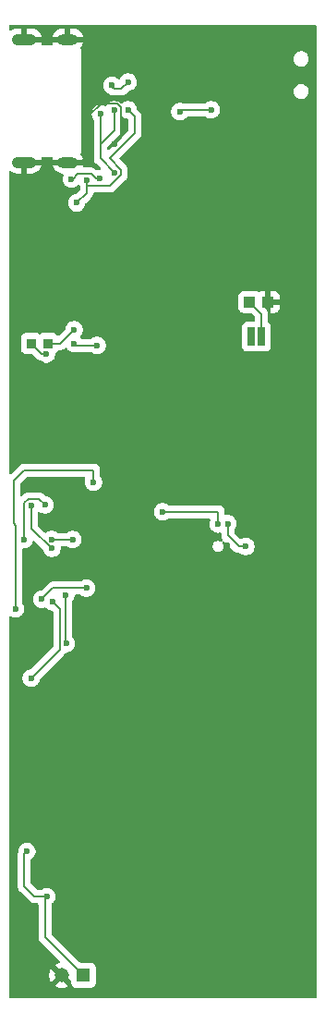
<source format=gbr>
%TF.GenerationSoftware,KiCad,Pcbnew,9.0.2*%
%TF.CreationDate,2025-07-20T12:07:01-04:00*%
%TF.ProjectId,Glasses_V0.1,476c6173-7365-4735-9f56-302e312e6b69,rev?*%
%TF.SameCoordinates,Original*%
%TF.FileFunction,Copper,L2,Bot*%
%TF.FilePolarity,Positive*%
%FSLAX46Y46*%
G04 Gerber Fmt 4.6, Leading zero omitted, Abs format (unit mm)*
G04 Created by KiCad (PCBNEW 9.0.2) date 2025-07-20 12:07:01*
%MOMM*%
%LPD*%
G01*
G04 APERTURE LIST*
%TA.AperFunction,ComponentPad*%
%ADD10R,1.308000X1.308000*%
%TD*%
%TA.AperFunction,ComponentPad*%
%ADD11C,1.308000*%
%TD*%
%TA.AperFunction,ComponentPad*%
%ADD12O,1.850000X1.050000*%
%TD*%
%TA.AperFunction,ComponentPad*%
%ADD13O,2.250000X1.050000*%
%TD*%
%TA.AperFunction,SMDPad,CuDef*%
%ADD14R,1.100000X1.000000*%
%TD*%
%TA.AperFunction,SMDPad,CuDef*%
%ADD15R,0.870000X0.930000*%
%TD*%
%TA.AperFunction,SMDPad,CuDef*%
%ADD16R,0.710000X1.730000*%
%TD*%
%TA.AperFunction,ViaPad*%
%ADD17C,0.600000*%
%TD*%
%TA.AperFunction,Conductor*%
%ADD18C,0.200000*%
%TD*%
G04 APERTURE END LIST*
D10*
%TO.P,J1,1,1*%
%TO.N,VBAT*%
X38465000Y-122470000D03*
D11*
%TO.P,J1,2,2*%
%TO.N,GND*%
X36465000Y-122470000D03*
%TD*%
D12*
%TO.P,J2,SH1,SHIELD*%
%TO.N,GND*%
X37020000Y-36748250D03*
%TO.P,J2,SH2,SHIELD*%
X37020000Y-47988250D03*
D13*
%TO.P,J2,SH3,SHIELD*%
X33020000Y-36748250D03*
%TO.P,J2,SH4,SHIELD*%
X33020000Y-47988250D03*
%TD*%
D14*
%TO.P,D1,1*%
%TO.N,GND*%
X55388938Y-60780000D03*
%TO.P,D1,2*%
%TO.N,Net-(D1-Pad2)*%
X53688938Y-60780000D03*
%TD*%
D15*
%TO.P,R4,1*%
%TO.N,Net-(X1-EN)*%
X35210000Y-64590000D03*
%TO.P,R4,2*%
%TO.N,+3V3*%
X33650000Y-64590000D03*
%TD*%
D16*
%TO.P,R6,1*%
%TO.N,Net-(D1-Pad2)*%
X54783938Y-63955000D03*
%TO.P,R6,2*%
%TO.N,LED_RED_CTRL*%
X53863938Y-63955000D03*
%TD*%
D17*
%TO.N,GND*%
X46990000Y-46990000D03*
X51435000Y-46990000D03*
X36195000Y-114300000D03*
X55880000Y-59055000D03*
X34925000Y-122555000D03*
X41910000Y-87630000D03*
X36723235Y-85831765D03*
X51598228Y-83113769D03*
X54610000Y-85090000D03*
X54610000Y-41910000D03*
X37465000Y-48260000D03*
X40640000Y-92710000D03*
X37993235Y-84348235D03*
X38735000Y-53340000D03*
X33655000Y-58420000D03*
X37465000Y-60960000D03*
X42604086Y-90046709D03*
X41275000Y-46355000D03*
X43180000Y-66675000D03*
X39476765Y-116733235D03*
%TO.N,+3V3*%
X39914974Y-49494378D03*
X34641135Y-88019237D03*
X37357287Y-49515000D03*
X51700000Y-81093000D03*
X35065000Y-65555002D03*
X53340000Y-83185000D03*
X38735000Y-86995000D03*
%TO.N,VBAT*%
X33268500Y-111125000D03*
X35089000Y-115246000D03*
%TO.N,Net-(J2-CC1)*%
X42545000Y-40640000D03*
X41062735Y-40942000D03*
%TO.N,SPK_P*%
X35616263Y-88248275D03*
X33669500Y-95250000D03*
%TO.N,SPK_N*%
X36830000Y-87630000D03*
X36896186Y-92075000D03*
%TO.N,I2S_MIC_SD*%
X50800000Y-81131000D03*
X45720000Y-80010000D03*
%TO.N,Net-(X1-EN)*%
X37605000Y-63320000D03*
%TO.N,LED_RED_CTRL*%
X53863938Y-63955000D03*
%TO.N,SWITCH_BUTTON*%
X50165000Y-43180000D03*
X47300000Y-43335000D03*
%TO.N,AMP_SHUTDOWN*%
X39370000Y-77289998D03*
X32232500Y-88900000D03*
%TO.N,I2S_AMP_BCLK*%
X37465000Y-82550000D03*
X35560000Y-82550000D03*
%TO.N,I2S_AMP_DIN*%
X33020000Y-82550000D03*
X34925000Y-79375000D03*
%TO.N,I2S_AMP_LRC*%
X35560000Y-83350003D03*
X33669500Y-79410000D03*
%TO.N,SWITCH_STATE*%
X37605000Y-64590000D03*
X39705002Y-64770000D03*
%TO.N,USB_N*%
X37834834Y-51700166D03*
X38800000Y-49665000D03*
X42545000Y-43180000D03*
%TO.N,USB_P*%
X41289141Y-48909141D03*
X40005000Y-43518250D03*
X41275000Y-43180000D03*
%TD*%
D18*
%TO.N,GND*%
X34925000Y-51435000D02*
X34925000Y-52070000D01*
X41523943Y-42579000D02*
X40094307Y-42579000D01*
X35560000Y-53340000D02*
X34925000Y-52705000D01*
X38956000Y-43717307D02*
X38956000Y-47237192D01*
X33655000Y-36748250D02*
X37655000Y-36748250D01*
X41876000Y-45754000D02*
X41876000Y-42931057D01*
X38204942Y-47988250D02*
X37655000Y-47988250D01*
X38956000Y-47237192D02*
X38204942Y-47988250D01*
X34925000Y-52705000D02*
X34925000Y-51435000D01*
X41876000Y-42931057D02*
X41523943Y-42579000D01*
X38735000Y-53340000D02*
X35560000Y-53340000D01*
X37465000Y-60960000D02*
X38100000Y-60960000D01*
X40094307Y-42579000D02*
X38956000Y-43717307D01*
X46990000Y-46990000D02*
X47625000Y-46990000D01*
X41275000Y-46355000D02*
X41876000Y-45754000D01*
X36723235Y-85831765D02*
X36830000Y-85725000D01*
X37655000Y-47988250D02*
X38451939Y-47988250D01*
%TO.N,+3V3*%
X37450000Y-49515000D02*
X37357287Y-49515000D01*
X34615002Y-65555002D02*
X35065000Y-65555002D01*
X51700000Y-82180000D02*
X51700000Y-81093000D01*
X35665372Y-86995000D02*
X34641135Y-88019237D01*
X37931000Y-49064000D02*
X37465000Y-49530000D01*
X39914974Y-49494378D02*
X39580901Y-49494378D01*
X52705000Y-83185000D02*
X51700000Y-82180000D01*
X39580901Y-49494378D02*
X39150523Y-49064000D01*
X33650000Y-64590000D02*
X34615002Y-65555002D01*
X38735000Y-86995000D02*
X35665372Y-86995000D01*
X53340000Y-83185000D02*
X52705000Y-83185000D01*
X39150523Y-49064000D02*
X37931000Y-49064000D01*
X37465000Y-49530000D02*
X37450000Y-49515000D01*
%TO.N,VBAT*%
X33020000Y-114300000D02*
X33020000Y-111373500D01*
X38465000Y-122470000D02*
X34925000Y-118930000D01*
X34925000Y-115410000D02*
X35089000Y-115246000D01*
X35089000Y-115246000D02*
X33966000Y-115246000D01*
X34925000Y-118930000D02*
X34925000Y-115410000D01*
X33966000Y-115246000D02*
X33020000Y-114300000D01*
X33020000Y-111373500D02*
X33268500Y-111125000D01*
%TO.N,Net-(D1-Pad2)*%
X54783938Y-61875000D02*
X54783938Y-63955000D01*
X53688938Y-60780000D02*
X54783938Y-61875000D01*
%TO.N,Net-(J2-CC1)*%
X41062735Y-40942000D02*
X41062735Y-41062735D01*
X41275000Y-41275000D02*
X41910000Y-41275000D01*
X41910000Y-41275000D02*
X42545000Y-40640000D01*
X41062735Y-41062735D02*
X41275000Y-41275000D01*
%TO.N,SPK_P*%
X33669500Y-95250000D02*
X36296186Y-92623314D01*
X36296186Y-92623314D02*
X36296186Y-88928198D01*
X36296186Y-88928198D02*
X35616263Y-88248275D01*
%TO.N,SPK_N*%
X36896186Y-92075000D02*
X36830000Y-92008814D01*
X36830000Y-92008814D02*
X36830000Y-87630000D01*
%TO.N,I2S_MIC_SD*%
X50800000Y-80010000D02*
X50800000Y-81131000D01*
X45720000Y-80010000D02*
X50800000Y-80010000D01*
%TO.N,Net-(X1-EN)*%
X36335000Y-64590000D02*
X37605000Y-63320000D01*
X35210000Y-64590000D02*
X36335000Y-64590000D01*
%TO.N,SWITCH_BUTTON*%
X50165000Y-43180000D02*
X47455000Y-43180000D01*
X47455000Y-43180000D02*
X47300000Y-43335000D01*
%TO.N,AMP_SHUTDOWN*%
X33020000Y-76200000D02*
X32033500Y-77186500D01*
X32033500Y-81081000D02*
X32232500Y-81280000D01*
X32033500Y-77470000D02*
X32033500Y-81081000D01*
X32033500Y-77186500D02*
X32033500Y-77470000D01*
X39370000Y-76200000D02*
X33020000Y-76200000D01*
X32232500Y-81280000D02*
X32232500Y-88900000D01*
X39370000Y-77289998D02*
X39370000Y-76200000D01*
%TO.N,I2S_AMP_BCLK*%
X37465000Y-82550000D02*
X35560000Y-82550000D01*
%TO.N,I2S_AMP_DIN*%
X33020000Y-79209557D02*
X33020000Y-82550000D01*
X33420557Y-78809000D02*
X33020000Y-79209557D01*
X34359000Y-78809000D02*
X33420557Y-78809000D01*
X34925000Y-79375000D02*
X34359000Y-78809000D01*
%TO.N,I2S_AMP_LRC*%
X33669500Y-79410000D02*
X33669500Y-81509443D01*
X35510060Y-83350003D02*
X35560000Y-83350003D01*
X33669500Y-81509443D02*
X35510060Y-83350003D01*
%TO.N,SWITCH_STATE*%
X37785000Y-64770000D02*
X37605000Y-64590000D01*
X39705002Y-64770000D02*
X37785000Y-64770000D01*
%TO.N,USB_N*%
X38735000Y-50230000D02*
X38800000Y-50165000D01*
X41910000Y-48680057D02*
X41910000Y-49138225D01*
X41910000Y-49138225D02*
X40883225Y-50165000D01*
X38800000Y-50165000D02*
X38800000Y-49665000D01*
X40883225Y-50165000D02*
X38800000Y-50165000D01*
X40854943Y-47625000D02*
X41910000Y-48680057D01*
X43180000Y-45299943D02*
X43180000Y-43815000D01*
X38735000Y-50800000D02*
X38735000Y-50230000D01*
X40854943Y-47625000D02*
X43180000Y-45299943D01*
X37834834Y-51700166D02*
X38735000Y-50800000D01*
X43180000Y-43815000D02*
X42545000Y-43180000D01*
%TO.N,USB_P*%
X40005000Y-46355000D02*
X40005000Y-43518250D01*
X41275000Y-45085000D02*
X41275000Y-43180000D01*
X40005000Y-46355000D02*
X41275000Y-45085000D01*
X40005000Y-47625000D02*
X40005000Y-46355000D01*
X41289141Y-48909141D02*
X40005000Y-47625000D01*
%TD*%
%TA.AperFunction,Conductor*%
%TO.N,GND*%
G36*
X59767539Y-35445185D02*
G01*
X59813294Y-35497989D01*
X59824500Y-35549500D01*
X59824500Y-124470500D01*
X59804815Y-124537539D01*
X59752011Y-124583294D01*
X59700500Y-124594500D01*
X31739500Y-124594500D01*
X31672461Y-124574815D01*
X31626706Y-124522011D01*
X31615500Y-124470500D01*
X31615500Y-114379054D01*
X32419498Y-114379054D01*
X32419499Y-114379057D01*
X32460423Y-114531785D01*
X32463206Y-114536606D01*
X32489358Y-114581900D01*
X32489359Y-114581904D01*
X32489360Y-114581904D01*
X32526076Y-114645500D01*
X32539479Y-114668714D01*
X32539481Y-114668717D01*
X32658349Y-114787585D01*
X32658355Y-114787590D01*
X33481139Y-115610374D01*
X33481149Y-115610385D01*
X33485479Y-115614715D01*
X33485480Y-115614716D01*
X33597284Y-115726520D01*
X33648845Y-115756288D01*
X33684095Y-115776639D01*
X33684097Y-115776641D01*
X33722151Y-115798611D01*
X33734215Y-115805577D01*
X33886943Y-115846501D01*
X33886946Y-115846501D01*
X34052653Y-115846501D01*
X34052669Y-115846500D01*
X34200500Y-115846500D01*
X34267539Y-115866185D01*
X34313294Y-115918989D01*
X34324500Y-115970500D01*
X34324500Y-118843330D01*
X34324499Y-118843348D01*
X34324499Y-119009054D01*
X34324498Y-119009054D01*
X34365423Y-119161785D01*
X34394358Y-119211900D01*
X34394359Y-119211904D01*
X34394360Y-119211904D01*
X34444479Y-119298714D01*
X34444481Y-119298717D01*
X34563349Y-119417585D01*
X34563355Y-119417590D01*
X36277706Y-121131941D01*
X36311191Y-121193264D01*
X36306207Y-121262956D01*
X36264335Y-121318889D01*
X36209424Y-121342095D01*
X36194773Y-121344415D01*
X36022015Y-121400548D01*
X35860170Y-121483012D01*
X35860161Y-121483018D01*
X35843603Y-121495048D01*
X35843602Y-121495049D01*
X36418554Y-122070000D01*
X36412339Y-122070000D01*
X36310606Y-122097259D01*
X36219394Y-122149920D01*
X36144920Y-122224394D01*
X36092259Y-122315606D01*
X36065000Y-122417339D01*
X36065000Y-122423553D01*
X35490049Y-121848602D01*
X35490048Y-121848603D01*
X35478018Y-121865161D01*
X35478012Y-121865170D01*
X35395548Y-122027015D01*
X35339415Y-122199774D01*
X35311000Y-122379178D01*
X35311000Y-122560821D01*
X35339415Y-122740225D01*
X35395548Y-122912984D01*
X35478012Y-123074830D01*
X35478014Y-123074834D01*
X35490048Y-123091395D01*
X35490049Y-123091396D01*
X36065000Y-122516445D01*
X36065000Y-122522661D01*
X36092259Y-122624394D01*
X36144920Y-122715606D01*
X36219394Y-122790080D01*
X36310606Y-122842741D01*
X36412339Y-122870000D01*
X36418554Y-122870000D01*
X35843602Y-123444949D01*
X35843603Y-123444950D01*
X35860165Y-123456985D01*
X35860179Y-123456993D01*
X36022012Y-123539450D01*
X36194774Y-123595584D01*
X36374179Y-123624000D01*
X36555821Y-123624000D01*
X36735225Y-123595584D01*
X36907984Y-123539451D01*
X37069831Y-123456986D01*
X37086396Y-123444949D01*
X36511447Y-122870000D01*
X36517661Y-122870000D01*
X36619394Y-122842741D01*
X36710606Y-122790080D01*
X36785080Y-122715606D01*
X36837741Y-122624394D01*
X36865000Y-122522661D01*
X36865000Y-122516446D01*
X37274181Y-122925627D01*
X37307666Y-122986950D01*
X37310500Y-123013307D01*
X37310500Y-123171869D01*
X37310501Y-123171876D01*
X37316908Y-123231483D01*
X37367202Y-123366328D01*
X37367206Y-123366335D01*
X37453452Y-123481544D01*
X37453455Y-123481547D01*
X37568664Y-123567793D01*
X37568671Y-123567797D01*
X37703517Y-123618091D01*
X37703516Y-123618091D01*
X37710444Y-123618835D01*
X37763127Y-123624500D01*
X39166872Y-123624499D01*
X39226483Y-123618091D01*
X39361331Y-123567796D01*
X39476546Y-123481546D01*
X39562796Y-123366331D01*
X39613091Y-123231483D01*
X39619500Y-123171873D01*
X39619499Y-121768128D01*
X39613091Y-121708517D01*
X39562796Y-121573669D01*
X39562795Y-121573668D01*
X39562793Y-121573664D01*
X39476547Y-121458455D01*
X39476544Y-121458452D01*
X39361335Y-121372206D01*
X39361328Y-121372202D01*
X39226482Y-121321908D01*
X39226483Y-121321908D01*
X39166883Y-121315501D01*
X39166881Y-121315500D01*
X39166873Y-121315500D01*
X39166865Y-121315500D01*
X38211097Y-121315500D01*
X38144058Y-121295815D01*
X38123416Y-121279181D01*
X35561819Y-118717584D01*
X35528334Y-118656261D01*
X35525500Y-118629903D01*
X35525500Y-115983372D01*
X35545185Y-115916333D01*
X35580610Y-115880269D01*
X35599289Y-115867789D01*
X35710789Y-115756289D01*
X35798394Y-115625179D01*
X35858737Y-115479497D01*
X35889500Y-115324842D01*
X35889500Y-115167158D01*
X35889500Y-115167155D01*
X35889499Y-115167153D01*
X35858738Y-115012510D01*
X35858737Y-115012503D01*
X35858735Y-115012498D01*
X35798397Y-114866827D01*
X35798390Y-114866814D01*
X35710789Y-114735711D01*
X35710786Y-114735707D01*
X35599292Y-114624213D01*
X35599288Y-114624210D01*
X35468185Y-114536609D01*
X35468172Y-114536602D01*
X35322501Y-114476264D01*
X35322489Y-114476261D01*
X35167845Y-114445500D01*
X35167842Y-114445500D01*
X35010158Y-114445500D01*
X35010155Y-114445500D01*
X34855510Y-114476261D01*
X34855498Y-114476264D01*
X34709827Y-114536602D01*
X34709814Y-114536609D01*
X34578125Y-114624602D01*
X34560078Y-114630252D01*
X34544169Y-114640477D01*
X34513207Y-114644928D01*
X34511447Y-114645480D01*
X34509234Y-114645500D01*
X34266097Y-114645500D01*
X34199058Y-114625815D01*
X34178416Y-114609181D01*
X33656819Y-114087584D01*
X33623334Y-114026261D01*
X33620500Y-113999903D01*
X33620500Y-111918833D01*
X33640185Y-111851794D01*
X33675606Y-111815733D01*
X33778789Y-111746789D01*
X33890289Y-111635289D01*
X33977894Y-111504179D01*
X34038237Y-111358497D01*
X34069000Y-111203842D01*
X34069000Y-111046158D01*
X34069000Y-111046155D01*
X34068999Y-111046153D01*
X34038238Y-110891510D01*
X34038237Y-110891503D01*
X34038235Y-110891498D01*
X33977897Y-110745827D01*
X33977890Y-110745814D01*
X33890289Y-110614711D01*
X33890286Y-110614707D01*
X33778792Y-110503213D01*
X33778788Y-110503210D01*
X33647685Y-110415609D01*
X33647672Y-110415602D01*
X33502001Y-110355264D01*
X33501989Y-110355261D01*
X33347345Y-110324500D01*
X33347342Y-110324500D01*
X33189658Y-110324500D01*
X33189655Y-110324500D01*
X33035010Y-110355261D01*
X33034998Y-110355264D01*
X32889327Y-110415602D01*
X32889314Y-110415609D01*
X32758211Y-110503210D01*
X32758207Y-110503213D01*
X32646713Y-110614707D01*
X32646710Y-110614711D01*
X32559109Y-110745814D01*
X32559102Y-110745827D01*
X32498764Y-110891498D01*
X32498761Y-110891510D01*
X32468000Y-111046153D01*
X32468000Y-111098757D01*
X32461095Y-111133481D01*
X32462527Y-111133865D01*
X32460424Y-111141713D01*
X32460423Y-111141715D01*
X32419499Y-111294443D01*
X32419499Y-111452557D01*
X32419499Y-111452559D01*
X32419500Y-111462553D01*
X32419500Y-114213330D01*
X32419499Y-114213348D01*
X32419499Y-114379054D01*
X32419498Y-114379054D01*
X31615500Y-114379054D01*
X31615500Y-95171153D01*
X32869000Y-95171153D01*
X32869000Y-95328846D01*
X32899761Y-95483489D01*
X32899764Y-95483501D01*
X32960102Y-95629172D01*
X32960109Y-95629185D01*
X33047710Y-95760288D01*
X33047713Y-95760292D01*
X33159207Y-95871786D01*
X33159211Y-95871789D01*
X33290314Y-95959390D01*
X33290327Y-95959397D01*
X33435998Y-96019735D01*
X33436003Y-96019737D01*
X33590653Y-96050499D01*
X33590656Y-96050500D01*
X33590658Y-96050500D01*
X33748344Y-96050500D01*
X33748345Y-96050499D01*
X33902997Y-96019737D01*
X34048679Y-95959394D01*
X34179789Y-95871789D01*
X34291289Y-95760289D01*
X34378894Y-95629179D01*
X34439237Y-95483497D01*
X34458613Y-95386085D01*
X34470138Y-95328150D01*
X34502523Y-95266239D01*
X34504019Y-95264715D01*
X36654692Y-93114041D01*
X36654697Y-93114038D01*
X36664900Y-93103834D01*
X36664902Y-93103834D01*
X36776706Y-92992030D01*
X36808189Y-92937500D01*
X36858756Y-92889285D01*
X36915576Y-92875500D01*
X36975030Y-92875500D01*
X36975031Y-92875499D01*
X37129683Y-92844737D01*
X37275365Y-92784394D01*
X37406475Y-92696789D01*
X37517975Y-92585289D01*
X37605580Y-92454179D01*
X37665923Y-92308497D01*
X37696686Y-92153842D01*
X37696686Y-91996158D01*
X37696686Y-91996155D01*
X37696685Y-91996153D01*
X37665924Y-91841510D01*
X37665923Y-91841503D01*
X37665921Y-91841498D01*
X37605583Y-91695827D01*
X37605576Y-91695814D01*
X37517975Y-91564711D01*
X37517972Y-91564707D01*
X37466819Y-91513554D01*
X37433334Y-91452231D01*
X37430500Y-91425873D01*
X37430500Y-88209765D01*
X37450185Y-88142726D01*
X37451398Y-88140874D01*
X37539390Y-88009185D01*
X37539390Y-88009184D01*
X37539394Y-88009179D01*
X37599737Y-87863497D01*
X37630500Y-87708842D01*
X37630500Y-87708832D01*
X37630646Y-87707354D01*
X37630942Y-87706618D01*
X37631689Y-87702868D01*
X37632400Y-87703009D01*
X37656803Y-87642565D01*
X37713835Y-87602202D01*
X37754050Y-87595500D01*
X38155234Y-87595500D01*
X38222273Y-87615185D01*
X38224125Y-87616398D01*
X38355814Y-87704390D01*
X38355827Y-87704397D01*
X38501498Y-87764735D01*
X38501503Y-87764737D01*
X38607127Y-87785747D01*
X38656153Y-87795499D01*
X38656156Y-87795500D01*
X38656158Y-87795500D01*
X38813844Y-87795500D01*
X38813845Y-87795499D01*
X38968497Y-87764737D01*
X39103414Y-87708853D01*
X39114172Y-87704397D01*
X39114172Y-87704396D01*
X39114179Y-87704394D01*
X39245289Y-87616789D01*
X39356789Y-87505289D01*
X39444394Y-87374179D01*
X39504737Y-87228497D01*
X39535500Y-87073842D01*
X39535500Y-86916158D01*
X39535500Y-86916155D01*
X39535499Y-86916153D01*
X39504738Y-86761510D01*
X39504737Y-86761503D01*
X39448728Y-86626284D01*
X39444397Y-86615827D01*
X39444390Y-86615814D01*
X39356789Y-86484711D01*
X39356786Y-86484707D01*
X39245292Y-86373213D01*
X39245288Y-86373210D01*
X39114185Y-86285609D01*
X39114172Y-86285602D01*
X38968501Y-86225264D01*
X38968489Y-86225261D01*
X38813845Y-86194500D01*
X38813842Y-86194500D01*
X38656158Y-86194500D01*
X38656155Y-86194500D01*
X38501510Y-86225261D01*
X38501498Y-86225264D01*
X38355827Y-86285602D01*
X38355814Y-86285609D01*
X38224125Y-86373602D01*
X38157447Y-86394480D01*
X38155234Y-86394500D01*
X35752041Y-86394500D01*
X35752025Y-86394499D01*
X35744429Y-86394499D01*
X35586315Y-86394499D01*
X35478959Y-86423265D01*
X35433582Y-86435424D01*
X35433581Y-86435425D01*
X35383468Y-86464359D01*
X35383467Y-86464360D01*
X35348225Y-86484707D01*
X35296657Y-86514479D01*
X35296654Y-86514481D01*
X34626474Y-87184662D01*
X34565151Y-87218147D01*
X34562985Y-87218598D01*
X34407643Y-87249498D01*
X34407633Y-87249501D01*
X34261962Y-87309839D01*
X34261949Y-87309846D01*
X34130846Y-87397447D01*
X34130842Y-87397450D01*
X34019348Y-87508944D01*
X34019345Y-87508948D01*
X33931744Y-87640051D01*
X33931737Y-87640064D01*
X33871399Y-87785735D01*
X33871396Y-87785747D01*
X33840635Y-87940390D01*
X33840635Y-88098083D01*
X33871396Y-88252726D01*
X33871399Y-88252738D01*
X33931737Y-88398409D01*
X33931744Y-88398422D01*
X34019345Y-88529525D01*
X34019348Y-88529529D01*
X34130842Y-88641023D01*
X34130846Y-88641026D01*
X34261949Y-88728627D01*
X34261962Y-88728634D01*
X34407633Y-88788972D01*
X34407638Y-88788974D01*
X34562288Y-88819736D01*
X34562291Y-88819737D01*
X34562293Y-88819737D01*
X34719979Y-88819737D01*
X34719980Y-88819736D01*
X34874632Y-88788974D01*
X34904329Y-88776672D01*
X34973797Y-88769204D01*
X35036276Y-88800478D01*
X35039462Y-88803553D01*
X35105970Y-88870061D01*
X35105974Y-88870064D01*
X35237077Y-88957665D01*
X35237090Y-88957672D01*
X35382761Y-89018010D01*
X35382766Y-89018012D01*
X35447410Y-89030870D01*
X35538112Y-89048913D01*
X35554868Y-89057677D01*
X35573348Y-89061698D01*
X35598386Y-89080442D01*
X35600023Y-89081298D01*
X35601602Y-89082849D01*
X35659367Y-89140614D01*
X35692852Y-89201937D01*
X35695686Y-89228295D01*
X35695686Y-92323217D01*
X35676001Y-92390256D01*
X35659367Y-92410898D01*
X33654839Y-94415425D01*
X33593516Y-94448910D01*
X33591350Y-94449361D01*
X33436008Y-94480261D01*
X33435998Y-94480264D01*
X33290327Y-94540602D01*
X33290314Y-94540609D01*
X33159211Y-94628210D01*
X33159207Y-94628213D01*
X33047713Y-94739707D01*
X33047710Y-94739711D01*
X32960109Y-94870814D01*
X32960102Y-94870827D01*
X32899764Y-95016498D01*
X32899761Y-95016510D01*
X32869000Y-95171153D01*
X31615500Y-95171153D01*
X31615500Y-89682475D01*
X31635185Y-89615436D01*
X31687989Y-89569681D01*
X31757147Y-89559737D01*
X31808392Y-89579373D01*
X31853321Y-89609394D01*
X31853323Y-89609395D01*
X31853327Y-89609397D01*
X31998998Y-89669735D01*
X31999003Y-89669737D01*
X32153653Y-89700499D01*
X32153656Y-89700500D01*
X32153658Y-89700500D01*
X32311344Y-89700500D01*
X32311345Y-89700499D01*
X32465997Y-89669737D01*
X32611679Y-89609394D01*
X32742789Y-89521789D01*
X32854289Y-89410289D01*
X32941894Y-89279179D01*
X33002237Y-89133497D01*
X33033000Y-88978842D01*
X33033000Y-88821158D01*
X33033000Y-88821155D01*
X33032999Y-88821153D01*
X33017553Y-88743502D01*
X33002237Y-88666503D01*
X32945500Y-88529526D01*
X32941897Y-88520827D01*
X32941890Y-88520814D01*
X32853898Y-88389125D01*
X32833020Y-88322447D01*
X32833000Y-88320234D01*
X32833000Y-83474500D01*
X32852685Y-83407461D01*
X32905489Y-83361706D01*
X32957000Y-83350500D01*
X33098844Y-83350500D01*
X33098845Y-83350499D01*
X33253497Y-83319737D01*
X33388436Y-83263844D01*
X33399172Y-83259397D01*
X33399172Y-83259396D01*
X33399179Y-83259394D01*
X33530289Y-83171789D01*
X33641789Y-83060289D01*
X33729394Y-82929179D01*
X33789737Y-82783497D01*
X33795012Y-82756976D01*
X33827396Y-82695068D01*
X33888111Y-82660493D01*
X33957880Y-82664232D01*
X34004310Y-82693488D01*
X34737826Y-83427004D01*
X34771311Y-83488327D01*
X34771762Y-83490493D01*
X34790261Y-83583494D01*
X34790264Y-83583504D01*
X34850602Y-83729175D01*
X34850609Y-83729188D01*
X34938210Y-83860291D01*
X34938213Y-83860295D01*
X35049707Y-83971789D01*
X35049711Y-83971792D01*
X35180814Y-84059393D01*
X35180827Y-84059400D01*
X35326498Y-84119738D01*
X35326503Y-84119740D01*
X35481153Y-84150502D01*
X35481156Y-84150503D01*
X35481158Y-84150503D01*
X35638844Y-84150503D01*
X35638845Y-84150502D01*
X35793497Y-84119740D01*
X35939179Y-84059397D01*
X36070289Y-83971792D01*
X36181789Y-83860292D01*
X36269394Y-83729182D01*
X36329737Y-83583500D01*
X36360500Y-83428845D01*
X36360500Y-83274500D01*
X36380185Y-83207461D01*
X36432989Y-83161706D01*
X36484500Y-83150500D01*
X36885234Y-83150500D01*
X36952273Y-83170185D01*
X36954125Y-83171398D01*
X37085814Y-83259390D01*
X37085827Y-83259397D01*
X37231498Y-83319735D01*
X37231503Y-83319737D01*
X37386153Y-83350499D01*
X37386156Y-83350500D01*
X37386158Y-83350500D01*
X37543844Y-83350500D01*
X37543845Y-83350499D01*
X37698497Y-83319737D01*
X37833436Y-83263844D01*
X37844172Y-83259397D01*
X37844172Y-83259396D01*
X37844179Y-83259394D01*
X37975289Y-83171789D01*
X38086789Y-83060289D01*
X38174394Y-82929179D01*
X38234737Y-82783497D01*
X38265500Y-82628842D01*
X38265500Y-82471158D01*
X38265500Y-82471155D01*
X38265499Y-82471153D01*
X38253690Y-82411785D01*
X38234737Y-82316503D01*
X38234735Y-82316498D01*
X38174397Y-82170827D01*
X38174390Y-82170814D01*
X38086789Y-82039711D01*
X38086786Y-82039707D01*
X37975292Y-81928213D01*
X37975288Y-81928210D01*
X37844185Y-81840609D01*
X37844172Y-81840602D01*
X37698501Y-81780264D01*
X37698489Y-81780261D01*
X37543845Y-81749500D01*
X37543842Y-81749500D01*
X37386158Y-81749500D01*
X37386155Y-81749500D01*
X37231510Y-81780261D01*
X37231498Y-81780264D01*
X37085827Y-81840602D01*
X37085814Y-81840609D01*
X36954125Y-81928602D01*
X36887447Y-81949480D01*
X36885234Y-81949500D01*
X36139766Y-81949500D01*
X36072727Y-81929815D01*
X36070875Y-81928602D01*
X35939185Y-81840609D01*
X35939172Y-81840602D01*
X35793501Y-81780264D01*
X35793489Y-81780261D01*
X35638845Y-81749500D01*
X35638842Y-81749500D01*
X35481158Y-81749500D01*
X35481155Y-81749500D01*
X35326510Y-81780261D01*
X35326498Y-81780264D01*
X35180827Y-81840602D01*
X35180816Y-81840608D01*
X35067059Y-81916618D01*
X35000382Y-81937495D01*
X34933002Y-81919010D01*
X34910488Y-81901196D01*
X34306319Y-81297027D01*
X34272834Y-81235704D01*
X34270000Y-81209346D01*
X34270000Y-80132084D01*
X34289685Y-80065045D01*
X34342489Y-80019290D01*
X34411647Y-80009346D01*
X34462891Y-80028982D01*
X34545814Y-80084390D01*
X34545827Y-80084397D01*
X34691498Y-80144735D01*
X34691503Y-80144737D01*
X34846153Y-80175499D01*
X34846156Y-80175500D01*
X34846158Y-80175500D01*
X35003844Y-80175500D01*
X35003845Y-80175499D01*
X35158497Y-80144737D01*
X35293431Y-80088846D01*
X35304172Y-80084397D01*
X35304172Y-80084396D01*
X35304179Y-80084394D01*
X35435289Y-79996789D01*
X35500925Y-79931153D01*
X44919500Y-79931153D01*
X44919500Y-80088846D01*
X44950261Y-80243489D01*
X44950264Y-80243501D01*
X45010602Y-80389172D01*
X45010609Y-80389185D01*
X45098210Y-80520288D01*
X45098213Y-80520292D01*
X45209707Y-80631786D01*
X45209711Y-80631789D01*
X45340814Y-80719390D01*
X45340827Y-80719397D01*
X45419107Y-80751821D01*
X45486503Y-80779737D01*
X45641153Y-80810499D01*
X45641156Y-80810500D01*
X45641158Y-80810500D01*
X45798844Y-80810500D01*
X45798845Y-80810499D01*
X45953497Y-80779737D01*
X46099179Y-80719394D01*
X46153663Y-80682989D01*
X46230875Y-80631398D01*
X46297553Y-80610520D01*
X46299766Y-80610500D01*
X49963564Y-80610500D01*
X50030603Y-80630185D01*
X50076358Y-80682989D01*
X50086302Y-80752147D01*
X50078125Y-80781952D01*
X50030264Y-80897498D01*
X50030261Y-80897510D01*
X49999500Y-81052153D01*
X49999500Y-81209846D01*
X50030261Y-81364489D01*
X50030264Y-81364501D01*
X50090602Y-81510172D01*
X50090609Y-81510185D01*
X50178210Y-81641288D01*
X50178213Y-81641292D01*
X50289707Y-81752786D01*
X50289711Y-81752789D01*
X50420814Y-81840390D01*
X50420827Y-81840397D01*
X50516202Y-81879902D01*
X50566503Y-81900737D01*
X50704618Y-81928210D01*
X50721153Y-81931499D01*
X50721156Y-81931500D01*
X50721158Y-81931500D01*
X50878843Y-81931500D01*
X50895382Y-81928210D01*
X50951309Y-81917085D01*
X50972291Y-81918962D01*
X50993147Y-81915964D01*
X51006395Y-81922014D01*
X51020899Y-81923312D01*
X51037536Y-81936236D01*
X51056703Y-81944989D01*
X51064576Y-81957240D01*
X51076077Y-81966174D01*
X51083086Y-81986043D01*
X51094477Y-82003767D01*
X51098011Y-82028347D01*
X51099322Y-82032063D01*
X51099500Y-82038702D01*
X51099500Y-82093330D01*
X51099499Y-82093348D01*
X51099499Y-82259054D01*
X51099498Y-82259054D01*
X51114892Y-82316503D01*
X51140423Y-82411785D01*
X51169360Y-82461904D01*
X51219480Y-82548716D01*
X51231840Y-82561076D01*
X51239263Y-82572878D01*
X51245134Y-82593620D01*
X51255464Y-82612538D01*
X51254460Y-82626569D01*
X51258292Y-82640106D01*
X51252017Y-82660727D01*
X51250480Y-82682230D01*
X51242048Y-82693492D01*
X51237954Y-82706950D01*
X51221526Y-82720906D01*
X51208608Y-82738163D01*
X51195427Y-82743078D01*
X51184706Y-82752188D01*
X51163339Y-82755047D01*
X51143144Y-82762580D01*
X51129398Y-82759589D01*
X51115454Y-82761456D01*
X51095933Y-82752309D01*
X51074871Y-82747728D01*
X51072298Y-82746283D01*
X50993189Y-82700609D01*
X50993186Y-82700608D01*
X50865892Y-82666500D01*
X50734108Y-82666500D01*
X50606812Y-82700608D01*
X50492686Y-82766500D01*
X50492683Y-82766502D01*
X50399502Y-82859683D01*
X50399500Y-82859686D01*
X50333608Y-82973812D01*
X50299500Y-83101108D01*
X50299500Y-83232892D01*
X50307794Y-83263846D01*
X50333608Y-83360187D01*
X50360902Y-83407461D01*
X50399500Y-83474314D01*
X50492686Y-83567500D01*
X50606814Y-83633392D01*
X50734108Y-83667500D01*
X50734110Y-83667500D01*
X50865890Y-83667500D01*
X50865892Y-83667500D01*
X50993186Y-83633392D01*
X51107314Y-83567500D01*
X51200500Y-83474314D01*
X51266392Y-83360186D01*
X51300500Y-83232892D01*
X51300500Y-83101108D01*
X51266392Y-82973814D01*
X51220714Y-82894698D01*
X51204242Y-82826799D01*
X51227094Y-82760772D01*
X51282015Y-82717582D01*
X51351569Y-82710940D01*
X51413671Y-82742956D01*
X51415779Y-82745014D01*
X52336284Y-83665520D01*
X52336286Y-83665521D01*
X52336290Y-83665524D01*
X52446551Y-83729182D01*
X52473216Y-83744577D01*
X52625943Y-83785501D01*
X52625945Y-83785501D01*
X52760236Y-83785501D01*
X52827275Y-83805186D01*
X52829127Y-83806399D01*
X52960814Y-83894390D01*
X52960827Y-83894397D01*
X53106498Y-83954735D01*
X53106503Y-83954737D01*
X53261153Y-83985499D01*
X53261156Y-83985500D01*
X53261158Y-83985500D01*
X53418844Y-83985500D01*
X53418845Y-83985499D01*
X53573497Y-83954737D01*
X53719179Y-83894394D01*
X53850289Y-83806789D01*
X53961789Y-83695289D01*
X54049394Y-83564179D01*
X54109737Y-83418497D01*
X54140500Y-83263842D01*
X54140500Y-83106158D01*
X54140500Y-83106155D01*
X54140499Y-83106153D01*
X54114175Y-82973814D01*
X54109737Y-82951503D01*
X54086209Y-82894700D01*
X54049397Y-82805827D01*
X54049390Y-82805814D01*
X53961789Y-82674711D01*
X53961786Y-82674707D01*
X53850292Y-82563213D01*
X53850288Y-82563210D01*
X53719185Y-82475609D01*
X53719172Y-82475602D01*
X53573501Y-82415264D01*
X53573489Y-82415261D01*
X53418845Y-82384500D01*
X53418842Y-82384500D01*
X53261158Y-82384500D01*
X53261155Y-82384500D01*
X53106510Y-82415261D01*
X53106498Y-82415264D01*
X52955357Y-82477868D01*
X52885887Y-82485337D01*
X52823408Y-82454061D01*
X52820224Y-82450988D01*
X52336819Y-81967583D01*
X52322115Y-81940655D01*
X52305523Y-81914837D01*
X52304631Y-81908636D01*
X52303334Y-81906260D01*
X52300500Y-81879902D01*
X52300500Y-81672765D01*
X52320185Y-81605726D01*
X52321398Y-81603874D01*
X52409390Y-81472185D01*
X52409390Y-81472184D01*
X52409394Y-81472179D01*
X52469737Y-81326497D01*
X52500500Y-81171842D01*
X52500500Y-81014158D01*
X52500500Y-81014155D01*
X52500499Y-81014153D01*
X52477297Y-80897510D01*
X52469737Y-80859503D01*
X52469735Y-80859498D01*
X52409397Y-80713827D01*
X52409390Y-80713814D01*
X52321789Y-80582711D01*
X52321786Y-80582707D01*
X52210292Y-80471213D01*
X52210288Y-80471210D01*
X52079185Y-80383609D01*
X52079172Y-80383602D01*
X51933501Y-80323264D01*
X51933489Y-80323261D01*
X51778845Y-80292500D01*
X51778842Y-80292500D01*
X51621158Y-80292500D01*
X51621155Y-80292500D01*
X51548691Y-80306914D01*
X51479100Y-80300687D01*
X51423922Y-80257824D01*
X51400678Y-80191934D01*
X51400500Y-80185297D01*
X51400500Y-79930945D01*
X51400500Y-79930943D01*
X51359577Y-79778216D01*
X51345695Y-79754172D01*
X51280524Y-79641290D01*
X51280518Y-79641282D01*
X51168717Y-79529481D01*
X51168709Y-79529475D01*
X51031790Y-79450426D01*
X51031786Y-79450424D01*
X51031784Y-79450423D01*
X50879057Y-79409500D01*
X50879056Y-79409500D01*
X46299766Y-79409500D01*
X46232727Y-79389815D01*
X46230875Y-79388602D01*
X46099185Y-79300609D01*
X46099172Y-79300602D01*
X45953501Y-79240264D01*
X45953489Y-79240261D01*
X45798845Y-79209500D01*
X45798842Y-79209500D01*
X45641158Y-79209500D01*
X45641155Y-79209500D01*
X45486510Y-79240261D01*
X45486498Y-79240264D01*
X45340827Y-79300602D01*
X45340814Y-79300609D01*
X45209711Y-79388210D01*
X45209707Y-79388213D01*
X45098213Y-79499707D01*
X45098210Y-79499711D01*
X45010609Y-79630814D01*
X45010602Y-79630827D01*
X44950264Y-79776498D01*
X44950261Y-79776510D01*
X44919500Y-79931153D01*
X35500925Y-79931153D01*
X35546789Y-79885289D01*
X35556839Y-79870247D01*
X35566243Y-79856175D01*
X35634390Y-79754185D01*
X35634390Y-79754184D01*
X35634394Y-79754179D01*
X35694737Y-79608497D01*
X35725500Y-79453842D01*
X35725500Y-79296158D01*
X35725500Y-79296155D01*
X35725499Y-79296153D01*
X35714381Y-79240261D01*
X35694737Y-79141503D01*
X35694735Y-79141498D01*
X35634397Y-78995827D01*
X35634390Y-78995814D01*
X35546789Y-78864711D01*
X35546786Y-78864707D01*
X35435292Y-78753213D01*
X35435288Y-78753210D01*
X35304185Y-78665609D01*
X35304172Y-78665602D01*
X35158501Y-78605264D01*
X35158491Y-78605261D01*
X35003149Y-78574361D01*
X34986392Y-78565595D01*
X34967914Y-78561576D01*
X34942877Y-78542833D01*
X34941238Y-78541976D01*
X34939660Y-78540425D01*
X34846590Y-78447355D01*
X34846588Y-78447352D01*
X34727717Y-78328481D01*
X34727716Y-78328480D01*
X34640904Y-78278360D01*
X34640904Y-78278359D01*
X34640900Y-78278358D01*
X34590785Y-78249423D01*
X34438057Y-78208499D01*
X34279943Y-78208499D01*
X34272347Y-78208499D01*
X34272331Y-78208500D01*
X33499614Y-78208500D01*
X33341500Y-78208500D01*
X33188772Y-78249423D01*
X33188771Y-78249423D01*
X33188769Y-78249424D01*
X33188766Y-78249425D01*
X33138653Y-78278359D01*
X33138652Y-78278360D01*
X33095246Y-78303420D01*
X33051842Y-78328479D01*
X33051839Y-78328481D01*
X32845681Y-78534640D01*
X32784358Y-78568125D01*
X32714666Y-78563141D01*
X32658733Y-78521269D01*
X32634316Y-78455805D01*
X32634000Y-78446959D01*
X32634000Y-77486597D01*
X32653685Y-77419558D01*
X32670319Y-77398916D01*
X33232417Y-76836819D01*
X33293740Y-76803334D01*
X33320098Y-76800500D01*
X38520723Y-76800500D01*
X38587762Y-76820185D01*
X38633517Y-76872989D01*
X38643461Y-76942147D01*
X38635284Y-76971953D01*
X38600263Y-77056500D01*
X38600261Y-77056508D01*
X38569500Y-77211151D01*
X38569500Y-77368844D01*
X38600261Y-77523487D01*
X38600264Y-77523499D01*
X38660602Y-77669170D01*
X38660609Y-77669183D01*
X38748210Y-77800286D01*
X38748213Y-77800290D01*
X38859707Y-77911784D01*
X38859711Y-77911787D01*
X38990814Y-77999388D01*
X38990827Y-77999395D01*
X39136498Y-78059733D01*
X39136503Y-78059735D01*
X39291153Y-78090497D01*
X39291156Y-78090498D01*
X39291158Y-78090498D01*
X39448844Y-78090498D01*
X39448845Y-78090497D01*
X39603497Y-78059735D01*
X39749179Y-77999392D01*
X39880289Y-77911787D01*
X39991789Y-77800287D01*
X40079394Y-77669177D01*
X40139737Y-77523495D01*
X40170500Y-77368840D01*
X40170500Y-77211156D01*
X40170500Y-77211153D01*
X40170499Y-77211151D01*
X40139738Y-77056508D01*
X40139737Y-77056501D01*
X40139735Y-77056496D01*
X40079397Y-76910825D01*
X40079390Y-76910812D01*
X39991398Y-76779123D01*
X39970520Y-76712445D01*
X39970500Y-76710232D01*
X39970500Y-76120945D01*
X39970500Y-76120943D01*
X39929577Y-75968216D01*
X39929573Y-75968209D01*
X39850524Y-75831290D01*
X39850518Y-75831282D01*
X39738717Y-75719481D01*
X39738709Y-75719475D01*
X39601790Y-75640426D01*
X39601786Y-75640424D01*
X39601784Y-75640423D01*
X39449057Y-75599500D01*
X39449056Y-75599500D01*
X33106670Y-75599500D01*
X33106654Y-75599499D01*
X33099058Y-75599499D01*
X32940943Y-75599499D01*
X32864579Y-75619961D01*
X32788214Y-75640423D01*
X32788209Y-75640426D01*
X32651290Y-75719475D01*
X32651282Y-75719481D01*
X31827181Y-76543583D01*
X31765858Y-76577068D01*
X31696166Y-76572084D01*
X31640233Y-76530212D01*
X31615816Y-76464748D01*
X31615500Y-76455902D01*
X31615500Y-64077135D01*
X32714500Y-64077135D01*
X32714501Y-65102869D01*
X32720908Y-65162483D01*
X32771202Y-65297328D01*
X32771206Y-65297335D01*
X32857452Y-65412544D01*
X32857455Y-65412547D01*
X32972664Y-65498793D01*
X32972671Y-65498797D01*
X33017618Y-65515561D01*
X33107517Y-65549091D01*
X33167127Y-65555500D01*
X33714902Y-65555499D01*
X33781941Y-65575183D01*
X33802583Y-65591818D01*
X34130141Y-65919376D01*
X34130151Y-65919387D01*
X34134481Y-65923717D01*
X34134482Y-65923718D01*
X34246286Y-66035522D01*
X34333097Y-66085641D01*
X34383217Y-66114579D01*
X34505894Y-66147450D01*
X34511214Y-66149412D01*
X34528184Y-66162018D01*
X34549061Y-66174071D01*
X34550001Y-66172926D01*
X34554711Y-66176791D01*
X34685814Y-66264392D01*
X34685827Y-66264399D01*
X34831498Y-66324737D01*
X34831503Y-66324739D01*
X34986153Y-66355501D01*
X34986156Y-66355502D01*
X34986158Y-66355502D01*
X35143844Y-66355502D01*
X35143845Y-66355501D01*
X35298497Y-66324739D01*
X35444179Y-66264396D01*
X35575289Y-66176791D01*
X35686789Y-66065291D01*
X35774394Y-65934181D01*
X35834737Y-65788499D01*
X35865500Y-65633844D01*
X35865500Y-65577208D01*
X35885185Y-65510169D01*
X35915187Y-65477942D01*
X36002546Y-65412546D01*
X36088796Y-65297331D01*
X36095151Y-65280292D01*
X36098555Y-65271167D01*
X36111824Y-65253440D01*
X36121024Y-65233297D01*
X36132354Y-65226015D01*
X36140426Y-65215233D01*
X36161173Y-65207494D01*
X36179802Y-65195523D01*
X36201720Y-65192371D01*
X36205891Y-65190816D01*
X36214737Y-65190500D01*
X36248331Y-65190500D01*
X36248347Y-65190501D01*
X36255943Y-65190501D01*
X36414054Y-65190501D01*
X36414057Y-65190501D01*
X36566785Y-65149577D01*
X36647680Y-65102872D01*
X36703716Y-65070520D01*
X36758102Y-65016133D01*
X36764359Y-65011299D01*
X36789825Y-65001354D01*
X36813819Y-64988253D01*
X36821898Y-64988830D01*
X36829443Y-64985885D01*
X36856242Y-64991286D01*
X36883510Y-64993237D01*
X36889993Y-64998090D01*
X36897935Y-64999691D01*
X36917562Y-65018728D01*
X36939444Y-65035108D01*
X36943280Y-65040529D01*
X36983207Y-65100284D01*
X36983213Y-65100292D01*
X37094707Y-65211786D01*
X37094711Y-65211789D01*
X37225814Y-65299390D01*
X37225827Y-65299397D01*
X37371498Y-65359735D01*
X37371503Y-65359737D01*
X37524574Y-65390185D01*
X37526153Y-65390499D01*
X37526156Y-65390500D01*
X37526158Y-65390500D01*
X37683843Y-65390500D01*
X37729398Y-65381438D01*
X37772408Y-65372882D01*
X37796599Y-65370500D01*
X39125236Y-65370500D01*
X39192275Y-65390185D01*
X39194127Y-65391398D01*
X39325816Y-65479390D01*
X39325829Y-65479397D01*
X39471500Y-65539735D01*
X39471505Y-65539737D01*
X39626155Y-65570499D01*
X39626158Y-65570500D01*
X39626160Y-65570500D01*
X39783846Y-65570500D01*
X39783847Y-65570499D01*
X39938499Y-65539737D01*
X40084181Y-65479394D01*
X40215291Y-65391789D01*
X40326791Y-65280289D01*
X40414396Y-65149179D01*
X40474739Y-65003497D01*
X40505502Y-64848842D01*
X40505502Y-64691158D01*
X40505502Y-64691155D01*
X40505501Y-64691153D01*
X40474740Y-64536510D01*
X40474739Y-64536503D01*
X40474737Y-64536498D01*
X40414399Y-64390827D01*
X40414392Y-64390814D01*
X40326791Y-64259711D01*
X40326788Y-64259707D01*
X40215294Y-64148213D01*
X40215290Y-64148210D01*
X40084187Y-64060609D01*
X40084174Y-64060602D01*
X39938503Y-64000264D01*
X39938491Y-64000261D01*
X39783847Y-63969500D01*
X39783844Y-63969500D01*
X39626160Y-63969500D01*
X39626157Y-63969500D01*
X39471512Y-64000261D01*
X39471500Y-64000264D01*
X39325829Y-64060602D01*
X39325816Y-64060609D01*
X39194127Y-64148602D01*
X39127449Y-64169480D01*
X39125236Y-64169500D01*
X38353064Y-64169500D01*
X38351956Y-64169174D01*
X38350843Y-64169480D01*
X38318501Y-64159351D01*
X38286025Y-64149815D01*
X38284909Y-64148830D01*
X38284166Y-64148598D01*
X38280574Y-64145006D01*
X38257911Y-64125011D01*
X38253651Y-64119913D01*
X38226789Y-64079711D01*
X38185841Y-64038763D01*
X38182288Y-64034511D01*
X38170467Y-64007350D01*
X38156275Y-63981358D01*
X38156681Y-63975671D01*
X38154407Y-63970445D01*
X38159145Y-63941213D01*
X38161259Y-63911666D01*
X38164839Y-63906095D01*
X38165588Y-63901476D01*
X38173388Y-63892793D01*
X38189760Y-63867319D01*
X38226786Y-63830292D01*
X38226789Y-63830289D01*
X38314394Y-63699179D01*
X38374737Y-63553497D01*
X38405500Y-63398842D01*
X38405500Y-63241158D01*
X38405500Y-63241155D01*
X38405499Y-63241153D01*
X38374738Y-63086510D01*
X38374738Y-63086508D01*
X38374737Y-63086503D01*
X38374735Y-63086498D01*
X38314397Y-62940827D01*
X38314390Y-62940814D01*
X38226789Y-62809711D01*
X38226786Y-62809707D01*
X38115292Y-62698213D01*
X38115288Y-62698210D01*
X37984185Y-62610609D01*
X37984172Y-62610602D01*
X37838501Y-62550264D01*
X37838489Y-62550261D01*
X37683845Y-62519500D01*
X37683842Y-62519500D01*
X37526158Y-62519500D01*
X37526155Y-62519500D01*
X37371510Y-62550261D01*
X37371498Y-62550264D01*
X37225827Y-62610602D01*
X37225814Y-62610609D01*
X37094711Y-62698210D01*
X37094707Y-62698213D01*
X36983213Y-62809707D01*
X36983210Y-62809711D01*
X36895609Y-62940814D01*
X36895602Y-62940827D01*
X36835264Y-63086498D01*
X36835261Y-63086508D01*
X36804361Y-63241850D01*
X36771976Y-63303761D01*
X36770425Y-63305339D01*
X36234636Y-63841127D01*
X36173313Y-63874612D01*
X36103621Y-63869628D01*
X36047689Y-63827758D01*
X36002546Y-63767454D01*
X35948305Y-63726849D01*
X35887335Y-63681206D01*
X35887328Y-63681202D01*
X35752482Y-63630908D01*
X35752483Y-63630908D01*
X35692883Y-63624501D01*
X35692881Y-63624500D01*
X35692873Y-63624500D01*
X35692864Y-63624500D01*
X34727129Y-63624500D01*
X34727123Y-63624501D01*
X34667516Y-63630908D01*
X34532671Y-63681202D01*
X34532665Y-63681205D01*
X34504309Y-63702433D01*
X34438845Y-63726849D01*
X34370572Y-63711997D01*
X34355691Y-63702433D01*
X34327334Y-63681205D01*
X34327328Y-63681202D01*
X34192482Y-63630908D01*
X34192483Y-63630908D01*
X34132883Y-63624501D01*
X34132881Y-63624500D01*
X34132873Y-63624500D01*
X34132864Y-63624500D01*
X33167129Y-63624500D01*
X33167123Y-63624501D01*
X33107516Y-63630908D01*
X32972671Y-63681202D01*
X32972664Y-63681206D01*
X32857455Y-63767452D01*
X32857452Y-63767455D01*
X32771206Y-63882664D01*
X32771202Y-63882671D01*
X32720908Y-64017517D01*
X32714501Y-64077116D01*
X32714500Y-64077135D01*
X31615500Y-64077135D01*
X31615500Y-60232135D01*
X52638438Y-60232135D01*
X52638438Y-61327870D01*
X52638439Y-61327876D01*
X52644846Y-61387483D01*
X52695140Y-61522328D01*
X52695144Y-61522335D01*
X52781390Y-61637544D01*
X52781393Y-61637547D01*
X52896602Y-61723793D01*
X52896609Y-61723797D01*
X52941556Y-61740561D01*
X53031455Y-61774091D01*
X53091065Y-61780500D01*
X53788840Y-61780499D01*
X53855879Y-61800183D01*
X53876521Y-61816818D01*
X54147119Y-62087416D01*
X54180604Y-62148739D01*
X54183438Y-62175097D01*
X54183438Y-62465500D01*
X54163753Y-62532539D01*
X54110949Y-62578294D01*
X54059438Y-62589500D01*
X53461067Y-62589500D01*
X53461061Y-62589501D01*
X53401454Y-62595908D01*
X53266609Y-62646202D01*
X53266602Y-62646206D01*
X53151393Y-62732452D01*
X53151390Y-62732455D01*
X53065144Y-62847664D01*
X53065140Y-62847671D01*
X53014846Y-62982517D01*
X53008439Y-63042116D01*
X53008439Y-63042123D01*
X53008438Y-63042135D01*
X53008438Y-64867870D01*
X53008439Y-64867876D01*
X53014846Y-64927483D01*
X53065140Y-65062328D01*
X53065144Y-65062335D01*
X53151390Y-65177544D01*
X53151393Y-65177547D01*
X53266602Y-65263793D01*
X53266609Y-65263797D01*
X53401455Y-65314091D01*
X53401454Y-65314091D01*
X53408382Y-65314835D01*
X53461065Y-65320500D01*
X54266810Y-65320499D01*
X54310683Y-65315782D01*
X54337189Y-65315782D01*
X54381065Y-65320500D01*
X55186810Y-65320499D01*
X55246421Y-65314091D01*
X55381269Y-65263796D01*
X55496484Y-65177546D01*
X55582734Y-65062331D01*
X55633029Y-64927483D01*
X55639438Y-64867873D01*
X55639437Y-63042128D01*
X55633029Y-62982517D01*
X55617477Y-62940821D01*
X55582735Y-62847671D01*
X55582731Y-62847664D01*
X55496486Y-62732457D01*
X55496484Y-62732454D01*
X55496480Y-62732451D01*
X55496477Y-62732448D01*
X55434127Y-62685772D01*
X55392256Y-62629838D01*
X55384438Y-62586506D01*
X55384438Y-61964059D01*
X55384439Y-61964046D01*
X55384439Y-61795945D01*
X55384439Y-61795943D01*
X55380167Y-61780000D01*
X55638938Y-61780000D01*
X55986766Y-61780000D01*
X55986782Y-61779999D01*
X56046310Y-61773598D01*
X56046317Y-61773596D01*
X56181024Y-61723354D01*
X56181031Y-61723350D01*
X56296125Y-61637190D01*
X56296128Y-61637187D01*
X56382288Y-61522093D01*
X56382292Y-61522086D01*
X56432534Y-61387379D01*
X56432536Y-61387372D01*
X56438937Y-61327844D01*
X56438938Y-61327827D01*
X56438938Y-61030000D01*
X55638938Y-61030000D01*
X55638938Y-61780000D01*
X55380167Y-61780000D01*
X55343515Y-61643215D01*
X55314577Y-61593095D01*
X55264458Y-61506284D01*
X55175256Y-61417082D01*
X55141772Y-61355758D01*
X55138938Y-61329401D01*
X55138938Y-60530000D01*
X55638938Y-60530000D01*
X56438938Y-60530000D01*
X56438938Y-60232172D01*
X56438937Y-60232155D01*
X56432536Y-60172627D01*
X56432534Y-60172620D01*
X56382292Y-60037913D01*
X56382288Y-60037906D01*
X56296128Y-59922812D01*
X56296125Y-59922809D01*
X56181031Y-59836649D01*
X56181024Y-59836645D01*
X56046317Y-59786403D01*
X56046310Y-59786401D01*
X55986782Y-59780000D01*
X55638938Y-59780000D01*
X55638938Y-60530000D01*
X55138938Y-60530000D01*
X55138938Y-59780000D01*
X54791093Y-59780000D01*
X54731565Y-59786401D01*
X54731558Y-59786403D01*
X54588539Y-59839746D01*
X54587862Y-59837931D01*
X54530612Y-59850383D01*
X54489905Y-59838428D01*
X54489579Y-59839303D01*
X54346420Y-59785908D01*
X54346421Y-59785908D01*
X54286821Y-59779501D01*
X54286819Y-59779500D01*
X54286811Y-59779500D01*
X54286802Y-59779500D01*
X53091067Y-59779500D01*
X53091061Y-59779501D01*
X53031454Y-59785908D01*
X52896609Y-59836202D01*
X52896602Y-59836206D01*
X52781393Y-59922452D01*
X52781390Y-59922455D01*
X52695144Y-60037664D01*
X52695140Y-60037671D01*
X52644846Y-60172517D01*
X52638439Y-60232116D01*
X52638438Y-60232135D01*
X31615500Y-60232135D01*
X31615500Y-48915446D01*
X31635185Y-48848407D01*
X31687989Y-48802652D01*
X31757147Y-48792708D01*
X31808391Y-48812344D01*
X31934473Y-48896590D01*
X31934486Y-48896597D01*
X32121016Y-48973859D01*
X32121025Y-48973862D01*
X32319041Y-49013249D01*
X32319045Y-49013250D01*
X32770000Y-49013250D01*
X32770000Y-48313250D01*
X33270000Y-48313250D01*
X33270000Y-49013250D01*
X33720955Y-49013250D01*
X33720958Y-49013249D01*
X33918974Y-48973862D01*
X33918983Y-48973859D01*
X34105513Y-48896597D01*
X34105526Y-48896590D01*
X34273399Y-48784420D01*
X34273403Y-48784417D01*
X34416167Y-48641653D01*
X34416170Y-48641649D01*
X34528340Y-48473776D01*
X34528347Y-48473763D01*
X34605609Y-48287233D01*
X34605612Y-48287224D01*
X34615353Y-48238250D01*
X33829618Y-48238250D01*
X33880064Y-48187804D01*
X33922851Y-48113695D01*
X33945000Y-48031037D01*
X33945000Y-47945463D01*
X33922851Y-47862805D01*
X33880064Y-47788696D01*
X33829618Y-47738250D01*
X34615353Y-47738250D01*
X34605612Y-47689275D01*
X34605611Y-47689274D01*
X34593570Y-47660204D01*
X34586101Y-47590734D01*
X34617376Y-47528255D01*
X34677464Y-47492602D01*
X34708131Y-47488750D01*
X35531869Y-47488750D01*
X35598908Y-47508435D01*
X35644663Y-47561239D01*
X35654607Y-47630397D01*
X35646430Y-47660204D01*
X35634388Y-47689274D01*
X35634387Y-47689275D01*
X35624647Y-47738250D01*
X36410382Y-47738250D01*
X36359936Y-47788696D01*
X36317149Y-47862805D01*
X36295000Y-47945463D01*
X36295000Y-48031037D01*
X36317149Y-48113695D01*
X36359936Y-48187804D01*
X36410382Y-48238250D01*
X35624647Y-48238250D01*
X35634387Y-48287224D01*
X35634390Y-48287233D01*
X35711652Y-48473763D01*
X35711659Y-48473776D01*
X35823829Y-48641649D01*
X35823832Y-48641653D01*
X35966596Y-48784417D01*
X35966600Y-48784420D01*
X36134473Y-48896590D01*
X36134486Y-48896597D01*
X36321016Y-48973859D01*
X36321025Y-48973862D01*
X36519041Y-49013249D01*
X36525107Y-49013847D01*
X36524826Y-49016697D01*
X36580124Y-49032935D01*
X36625879Y-49085739D01*
X36635823Y-49154897D01*
X36627646Y-49184699D01*
X36614151Y-49217282D01*
X36587550Y-49281502D01*
X36587548Y-49281510D01*
X36556787Y-49436153D01*
X36556787Y-49593846D01*
X36587548Y-49748489D01*
X36587551Y-49748501D01*
X36647889Y-49894172D01*
X36647896Y-49894185D01*
X36735497Y-50025288D01*
X36735500Y-50025292D01*
X36846994Y-50136786D01*
X36846998Y-50136789D01*
X36978101Y-50224390D01*
X36978114Y-50224397D01*
X37123785Y-50284735D01*
X37123790Y-50284737D01*
X37278440Y-50315499D01*
X37278443Y-50315500D01*
X37278445Y-50315500D01*
X37436131Y-50315500D01*
X37436132Y-50315499D01*
X37590784Y-50284737D01*
X37736466Y-50224394D01*
X37867576Y-50136789D01*
X37888701Y-50115664D01*
X37922818Y-50081548D01*
X37942251Y-50070936D01*
X37958987Y-50056435D01*
X37972319Y-50054517D01*
X37984141Y-50048063D01*
X38006227Y-50049642D01*
X38028145Y-50046491D01*
X38040396Y-50052086D01*
X38053833Y-50053047D01*
X38071561Y-50066318D01*
X38091701Y-50075516D01*
X38098983Y-50086846D01*
X38109766Y-50094919D01*
X38117503Y-50115664D01*
X38129476Y-50134293D01*
X38132627Y-50156212D01*
X38134183Y-50160383D01*
X38134499Y-50169228D01*
X38134499Y-50309057D01*
X38134499Y-50309059D01*
X38134500Y-50319053D01*
X38134500Y-50499903D01*
X38114815Y-50566942D01*
X38098181Y-50587584D01*
X37820173Y-50865591D01*
X37758850Y-50899076D01*
X37756684Y-50899527D01*
X37601342Y-50930427D01*
X37601332Y-50930430D01*
X37455661Y-50990768D01*
X37455648Y-50990775D01*
X37324545Y-51078376D01*
X37324541Y-51078379D01*
X37213047Y-51189873D01*
X37213044Y-51189877D01*
X37125443Y-51320980D01*
X37125436Y-51320993D01*
X37065098Y-51466664D01*
X37065095Y-51466676D01*
X37034334Y-51621319D01*
X37034334Y-51779012D01*
X37065095Y-51933655D01*
X37065098Y-51933667D01*
X37125436Y-52079338D01*
X37125443Y-52079351D01*
X37213044Y-52210454D01*
X37213047Y-52210458D01*
X37324541Y-52321952D01*
X37324545Y-52321955D01*
X37455648Y-52409556D01*
X37455661Y-52409563D01*
X37601332Y-52469901D01*
X37601337Y-52469903D01*
X37755987Y-52500665D01*
X37755990Y-52500666D01*
X37755992Y-52500666D01*
X37913678Y-52500666D01*
X37913679Y-52500665D01*
X38068331Y-52469903D01*
X38214013Y-52409560D01*
X38345123Y-52321955D01*
X38456623Y-52210455D01*
X38544228Y-52079345D01*
X38604571Y-51933663D01*
X38623947Y-51836251D01*
X38635472Y-51778316D01*
X38667857Y-51716405D01*
X38669356Y-51714878D01*
X39093506Y-51290727D01*
X39093511Y-51290724D01*
X39103714Y-51280520D01*
X39103716Y-51280520D01*
X39215520Y-51168716D01*
X39284253Y-51049666D01*
X39294577Y-51031785D01*
X39335501Y-50879057D01*
X39335501Y-50870061D01*
X39340560Y-50853425D01*
X39354354Y-50832406D01*
X39364525Y-50809417D01*
X39373195Y-50803698D01*
X39378896Y-50795012D01*
X39401866Y-50784787D01*
X39422849Y-50770947D01*
X39438088Y-50768663D01*
X39442728Y-50766598D01*
X39447242Y-50767291D01*
X39459196Y-50765500D01*
X40796556Y-50765500D01*
X40796572Y-50765501D01*
X40804168Y-50765501D01*
X40962279Y-50765501D01*
X40962282Y-50765501D01*
X41115010Y-50724577D01*
X41165129Y-50695639D01*
X41251941Y-50645520D01*
X41363745Y-50533716D01*
X41363745Y-50533714D01*
X41373953Y-50523507D01*
X41373955Y-50523504D01*
X42268506Y-49628953D01*
X42268511Y-49628949D01*
X42278714Y-49618745D01*
X42278716Y-49618745D01*
X42390520Y-49506941D01*
X42413261Y-49467552D01*
X42458230Y-49389664D01*
X42458231Y-49389661D01*
X42469577Y-49370010D01*
X42510500Y-49217282D01*
X42510500Y-49059168D01*
X42510500Y-48769116D01*
X42510501Y-48769103D01*
X42510501Y-48601002D01*
X42510501Y-48601000D01*
X42469577Y-48448272D01*
X42440639Y-48398152D01*
X42390520Y-48311341D01*
X42278716Y-48199537D01*
X42278715Y-48199536D01*
X42274385Y-48195206D01*
X42274374Y-48195196D01*
X41791858Y-47712680D01*
X41758373Y-47651357D01*
X41763357Y-47581665D01*
X41791854Y-47537323D01*
X43538506Y-45790670D01*
X43538511Y-45790667D01*
X43548714Y-45780463D01*
X43548716Y-45780463D01*
X43660520Y-45668659D01*
X43664510Y-45661746D01*
X43720067Y-45565521D01*
X43720068Y-45565518D01*
X43739576Y-45531730D01*
X43739577Y-45531728D01*
X43780500Y-45379000D01*
X43780500Y-45220886D01*
X43780500Y-43904060D01*
X43780501Y-43904047D01*
X43780501Y-43735944D01*
X43773972Y-43711578D01*
X43739577Y-43583216D01*
X43731079Y-43568497D01*
X43660524Y-43446290D01*
X43660518Y-43446282D01*
X43470389Y-43256153D01*
X46499500Y-43256153D01*
X46499500Y-43413846D01*
X46530261Y-43568489D01*
X46530264Y-43568501D01*
X46590602Y-43714172D01*
X46590609Y-43714185D01*
X46678210Y-43845288D01*
X46678213Y-43845292D01*
X46789707Y-43956786D01*
X46789711Y-43956789D01*
X46920814Y-44044390D01*
X46920827Y-44044397D01*
X47066498Y-44104735D01*
X47066503Y-44104737D01*
X47221153Y-44135499D01*
X47221156Y-44135500D01*
X47221158Y-44135500D01*
X47378844Y-44135500D01*
X47378845Y-44135499D01*
X47533497Y-44104737D01*
X47679179Y-44044394D01*
X47810289Y-43956789D01*
X47921789Y-43845289D01*
X47928256Y-43835611D01*
X47981867Y-43790805D01*
X48031359Y-43780500D01*
X49585234Y-43780500D01*
X49652273Y-43800185D01*
X49654125Y-43801398D01*
X49785814Y-43889390D01*
X49785827Y-43889397D01*
X49877564Y-43927395D01*
X49931503Y-43949737D01*
X50086153Y-43980499D01*
X50086156Y-43980500D01*
X50086158Y-43980500D01*
X50243844Y-43980500D01*
X50243845Y-43980499D01*
X50398497Y-43949737D01*
X50544179Y-43889394D01*
X50675289Y-43801789D01*
X50786789Y-43690289D01*
X50874394Y-43559179D01*
X50934737Y-43413497D01*
X50965500Y-43258842D01*
X50965500Y-43101158D01*
X50965500Y-43101155D01*
X50965499Y-43101153D01*
X50946961Y-43007957D01*
X50934737Y-42946503D01*
X50934735Y-42946498D01*
X50874397Y-42800827D01*
X50874390Y-42800814D01*
X50786789Y-42669711D01*
X50786786Y-42669707D01*
X50675292Y-42558213D01*
X50675288Y-42558210D01*
X50544185Y-42470609D01*
X50544172Y-42470602D01*
X50398501Y-42410264D01*
X50398489Y-42410261D01*
X50243845Y-42379500D01*
X50243842Y-42379500D01*
X50086158Y-42379500D01*
X50086155Y-42379500D01*
X49931510Y-42410261D01*
X49931498Y-42410264D01*
X49785827Y-42470602D01*
X49785814Y-42470609D01*
X49654125Y-42558602D01*
X49587447Y-42579480D01*
X49585234Y-42579500D01*
X47592533Y-42579500D01*
X47545080Y-42570061D01*
X47533497Y-42565263D01*
X47533489Y-42565261D01*
X47378845Y-42534500D01*
X47378842Y-42534500D01*
X47221158Y-42534500D01*
X47221155Y-42534500D01*
X47066510Y-42565261D01*
X47066498Y-42565264D01*
X46920827Y-42625602D01*
X46920814Y-42625609D01*
X46789711Y-42713210D01*
X46789707Y-42713213D01*
X46678213Y-42824707D01*
X46678210Y-42824711D01*
X46590609Y-42955814D01*
X46590602Y-42955827D01*
X46530264Y-43101498D01*
X46530261Y-43101510D01*
X46499500Y-43256153D01*
X43470389Y-43256153D01*
X43379573Y-43165337D01*
X43346088Y-43104014D01*
X43345637Y-43101847D01*
X43326961Y-43007957D01*
X43314737Y-42946503D01*
X43314735Y-42946498D01*
X43254397Y-42800827D01*
X43254390Y-42800814D01*
X43166789Y-42669711D01*
X43166786Y-42669707D01*
X43055292Y-42558213D01*
X43055288Y-42558210D01*
X42924185Y-42470609D01*
X42924172Y-42470602D01*
X42778501Y-42410264D01*
X42778489Y-42410261D01*
X42623845Y-42379500D01*
X42623842Y-42379500D01*
X42466158Y-42379500D01*
X42466155Y-42379500D01*
X42311510Y-42410261D01*
X42311498Y-42410264D01*
X42165827Y-42470602D01*
X42165814Y-42470609D01*
X42034711Y-42558210D01*
X42034707Y-42558213D01*
X41997681Y-42595240D01*
X41936358Y-42628725D01*
X41866666Y-42623741D01*
X41822319Y-42595240D01*
X41785292Y-42558213D01*
X41785288Y-42558210D01*
X41654185Y-42470609D01*
X41654172Y-42470602D01*
X41508501Y-42410264D01*
X41508489Y-42410261D01*
X41353845Y-42379500D01*
X41353842Y-42379500D01*
X41196158Y-42379500D01*
X41196155Y-42379500D01*
X41041510Y-42410261D01*
X41041498Y-42410264D01*
X40895827Y-42470602D01*
X40895814Y-42470609D01*
X40764711Y-42558210D01*
X40764707Y-42558213D01*
X40653213Y-42669707D01*
X40574785Y-42787082D01*
X40521172Y-42831886D01*
X40451847Y-42840593D01*
X40402793Y-42821293D01*
X40384183Y-42808858D01*
X40384172Y-42808852D01*
X40238501Y-42748514D01*
X40238489Y-42748511D01*
X40083845Y-42717750D01*
X40083842Y-42717750D01*
X39926158Y-42717750D01*
X39926155Y-42717750D01*
X39771510Y-42748511D01*
X39771498Y-42748514D01*
X39625827Y-42808852D01*
X39625814Y-42808859D01*
X39494711Y-42896460D01*
X39494707Y-42896463D01*
X39383213Y-43007957D01*
X39383210Y-43007961D01*
X39295609Y-43139064D01*
X39295602Y-43139077D01*
X39235264Y-43284748D01*
X39235261Y-43284760D01*
X39204500Y-43439403D01*
X39204500Y-43597096D01*
X39235261Y-43751739D01*
X39235264Y-43751751D01*
X39295602Y-43897422D01*
X39295609Y-43897435D01*
X39383602Y-44029124D01*
X39404480Y-44095801D01*
X39404500Y-44098015D01*
X39404500Y-46275939D01*
X39404499Y-46275943D01*
X39404499Y-46434057D01*
X39404500Y-46434060D01*
X39404500Y-47538330D01*
X39404499Y-47538348D01*
X39404499Y-47704054D01*
X39404498Y-47704054D01*
X39445423Y-47856785D01*
X39474358Y-47906900D01*
X39474359Y-47906904D01*
X39474360Y-47906904D01*
X39524479Y-47993714D01*
X39524481Y-47993717D01*
X39643351Y-48112587D01*
X39643355Y-48112590D01*
X40012961Y-48482197D01*
X40046446Y-48543520D01*
X40041462Y-48613212D01*
X39999590Y-48669145D01*
X39934126Y-48693562D01*
X39925280Y-48693878D01*
X39836130Y-48693878D01*
X39728903Y-48715207D01*
X39659311Y-48708980D01*
X39617030Y-48681271D01*
X39519240Y-48583481D01*
X39519239Y-48583480D01*
X39426542Y-48529962D01*
X39426541Y-48529961D01*
X39382306Y-48504422D01*
X39326404Y-48489443D01*
X39229580Y-48463499D01*
X39071466Y-48463499D01*
X39063870Y-48463499D01*
X39063854Y-48463500D01*
X38518176Y-48463500D01*
X38451137Y-48443815D01*
X38405382Y-48391011D01*
X38395438Y-48321853D01*
X38403615Y-48292048D01*
X38405609Y-48287233D01*
X38405612Y-48287224D01*
X38415353Y-48238250D01*
X37629618Y-48238250D01*
X37680064Y-48187804D01*
X37722851Y-48113695D01*
X37745000Y-48031037D01*
X37745000Y-47945463D01*
X37722851Y-47862805D01*
X37680064Y-47788696D01*
X37629618Y-47738250D01*
X38415353Y-47738250D01*
X38405612Y-47689275D01*
X38405609Y-47689266D01*
X38328347Y-47502736D01*
X38328340Y-47502723D01*
X38216171Y-47334852D01*
X38208421Y-47327102D01*
X38174934Y-47265780D01*
X38179915Y-47196088D01*
X38183285Y-47188935D01*
X38186387Y-47181443D01*
X38186392Y-47181436D01*
X38220500Y-47054142D01*
X38220500Y-40863153D01*
X40262235Y-40863153D01*
X40262235Y-41020846D01*
X40292996Y-41175489D01*
X40292999Y-41175501D01*
X40353337Y-41321172D01*
X40353344Y-41321185D01*
X40440945Y-41452288D01*
X40440948Y-41452292D01*
X40552442Y-41563786D01*
X40552446Y-41563789D01*
X40683549Y-41651390D01*
X40683562Y-41651397D01*
X40770965Y-41687599D01*
X40829238Y-41711737D01*
X40833866Y-41712657D01*
X40877153Y-41730241D01*
X40888114Y-41737350D01*
X40906284Y-41755520D01*
X40993095Y-41805639D01*
X40995881Y-41807247D01*
X40995891Y-41807254D01*
X41029571Y-41826699D01*
X41043215Y-41834577D01*
X41195943Y-41875501D01*
X41195946Y-41875501D01*
X41361653Y-41875501D01*
X41361669Y-41875500D01*
X41823331Y-41875500D01*
X41823347Y-41875501D01*
X41830943Y-41875501D01*
X41989054Y-41875501D01*
X41989057Y-41875501D01*
X42141785Y-41834577D01*
X42191904Y-41805639D01*
X42278716Y-41755520D01*
X42390520Y-41643716D01*
X42390521Y-41643713D01*
X42460239Y-41573995D01*
X57719499Y-41573995D01*
X57746418Y-41709322D01*
X57746421Y-41709332D01*
X57799221Y-41836804D01*
X57799228Y-41836817D01*
X57875885Y-41951541D01*
X57875888Y-41951545D01*
X57973454Y-42049111D01*
X57973458Y-42049114D01*
X58088182Y-42125771D01*
X58088195Y-42125778D01*
X58215667Y-42178578D01*
X58215672Y-42178580D01*
X58215676Y-42178580D01*
X58215677Y-42178581D01*
X58351004Y-42205500D01*
X58351007Y-42205500D01*
X58488995Y-42205500D01*
X58580041Y-42187389D01*
X58624328Y-42178580D01*
X58751811Y-42125775D01*
X58866542Y-42049114D01*
X58964114Y-41951542D01*
X59040775Y-41836811D01*
X59093580Y-41709328D01*
X59120500Y-41573993D01*
X59120500Y-41436007D01*
X59120500Y-41436004D01*
X59093581Y-41300677D01*
X59093580Y-41300676D01*
X59093580Y-41300672D01*
X59041733Y-41175501D01*
X59040778Y-41173195D01*
X59040771Y-41173182D01*
X58964114Y-41058458D01*
X58964111Y-41058454D01*
X58866545Y-40960888D01*
X58866541Y-40960885D01*
X58751817Y-40884228D01*
X58751804Y-40884221D01*
X58624332Y-40831421D01*
X58624322Y-40831418D01*
X58488995Y-40804500D01*
X58488993Y-40804500D01*
X58351007Y-40804500D01*
X58351005Y-40804500D01*
X58215677Y-40831418D01*
X58215667Y-40831421D01*
X58088195Y-40884221D01*
X58088182Y-40884228D01*
X57973458Y-40960885D01*
X57973454Y-40960888D01*
X57875888Y-41058454D01*
X57875885Y-41058458D01*
X57799228Y-41173182D01*
X57799221Y-41173195D01*
X57746421Y-41300667D01*
X57746418Y-41300677D01*
X57719500Y-41436004D01*
X57719500Y-41436007D01*
X57719500Y-41573993D01*
X57719500Y-41573995D01*
X57719499Y-41573995D01*
X42460239Y-41573995D01*
X42559664Y-41474570D01*
X42620983Y-41441089D01*
X42623150Y-41440638D01*
X42681085Y-41429113D01*
X42778497Y-41409737D01*
X42924179Y-41349394D01*
X42924185Y-41349390D01*
X42957975Y-41326813D01*
X43010718Y-41291570D01*
X43055289Y-41261789D01*
X43166789Y-41150289D01*
X43254394Y-41019179D01*
X43314737Y-40873497D01*
X43345500Y-40718842D01*
X43345500Y-40561158D01*
X43345500Y-40561155D01*
X43345499Y-40561153D01*
X43314738Y-40406510D01*
X43314737Y-40406503D01*
X43278994Y-40320210D01*
X43254397Y-40260827D01*
X43254390Y-40260814D01*
X43166789Y-40129711D01*
X43166786Y-40129707D01*
X43055292Y-40018213D01*
X43055288Y-40018210D01*
X42924185Y-39930609D01*
X42924172Y-39930602D01*
X42778501Y-39870264D01*
X42778489Y-39870261D01*
X42623845Y-39839500D01*
X42623842Y-39839500D01*
X42466158Y-39839500D01*
X42466155Y-39839500D01*
X42311510Y-39870261D01*
X42311498Y-39870264D01*
X42165827Y-39930602D01*
X42165814Y-39930609D01*
X42034711Y-40018210D01*
X42034707Y-40018213D01*
X41923213Y-40129707D01*
X41923210Y-40129711D01*
X41835609Y-40260814D01*
X41835606Y-40260821D01*
X41812320Y-40317037D01*
X41768478Y-40371440D01*
X41702183Y-40393504D01*
X41634484Y-40376224D01*
X41610078Y-40357264D01*
X41573027Y-40320213D01*
X41573023Y-40320210D01*
X41441920Y-40232609D01*
X41441907Y-40232602D01*
X41296236Y-40172264D01*
X41296224Y-40172261D01*
X41141580Y-40141500D01*
X41141577Y-40141500D01*
X40983893Y-40141500D01*
X40983890Y-40141500D01*
X40829245Y-40172261D01*
X40829233Y-40172264D01*
X40683562Y-40232602D01*
X40683549Y-40232609D01*
X40552446Y-40320210D01*
X40552442Y-40320213D01*
X40440948Y-40431707D01*
X40440945Y-40431711D01*
X40353344Y-40562814D01*
X40353337Y-40562827D01*
X40292999Y-40708498D01*
X40292996Y-40708510D01*
X40262235Y-40863153D01*
X38220500Y-40863153D01*
X38220500Y-38573995D01*
X57719499Y-38573995D01*
X57746418Y-38709322D01*
X57746421Y-38709332D01*
X57799221Y-38836804D01*
X57799228Y-38836817D01*
X57875885Y-38951541D01*
X57875888Y-38951545D01*
X57973454Y-39049111D01*
X57973458Y-39049114D01*
X58088182Y-39125771D01*
X58088195Y-39125778D01*
X58215667Y-39178578D01*
X58215672Y-39178580D01*
X58215676Y-39178580D01*
X58215677Y-39178581D01*
X58351004Y-39205500D01*
X58351007Y-39205500D01*
X58488995Y-39205500D01*
X58580041Y-39187389D01*
X58624328Y-39178580D01*
X58751811Y-39125775D01*
X58866542Y-39049114D01*
X58964114Y-38951542D01*
X59040775Y-38836811D01*
X59093580Y-38709328D01*
X59120500Y-38573993D01*
X59120500Y-38436007D01*
X59120500Y-38436004D01*
X59093581Y-38300677D01*
X59093580Y-38300676D01*
X59093580Y-38300672D01*
X59093578Y-38300667D01*
X59040778Y-38173195D01*
X59040771Y-38173182D01*
X58964114Y-38058458D01*
X58964111Y-38058454D01*
X58866545Y-37960888D01*
X58866541Y-37960885D01*
X58751817Y-37884228D01*
X58751804Y-37884221D01*
X58624332Y-37831421D01*
X58624322Y-37831418D01*
X58488995Y-37804500D01*
X58488993Y-37804500D01*
X58351007Y-37804500D01*
X58351005Y-37804500D01*
X58215677Y-37831418D01*
X58215667Y-37831421D01*
X58088195Y-37884221D01*
X58088182Y-37884228D01*
X57973458Y-37960885D01*
X57973454Y-37960888D01*
X57875888Y-38058454D01*
X57875885Y-38058458D01*
X57799228Y-38173182D01*
X57799221Y-38173195D01*
X57746421Y-38300667D01*
X57746418Y-38300677D01*
X57719500Y-38436004D01*
X57719500Y-38436007D01*
X57719500Y-38573993D01*
X57719500Y-38573995D01*
X57719499Y-38573995D01*
X38220500Y-38573995D01*
X38220500Y-37682358D01*
X38186392Y-37555064D01*
X38186388Y-37555057D01*
X38183281Y-37547554D01*
X38185673Y-37546562D01*
X38172240Y-37491176D01*
X38195095Y-37425151D01*
X38208421Y-37409397D01*
X38216173Y-37401644D01*
X38328340Y-37233776D01*
X38328347Y-37233763D01*
X38405609Y-37047233D01*
X38405612Y-37047224D01*
X38415353Y-36998250D01*
X37629618Y-36998250D01*
X37680064Y-36947804D01*
X37722851Y-36873695D01*
X37745000Y-36791037D01*
X37745000Y-36705463D01*
X37722851Y-36622805D01*
X37680064Y-36548696D01*
X37629618Y-36498250D01*
X38415353Y-36498250D01*
X38405612Y-36449275D01*
X38405609Y-36449266D01*
X38328347Y-36262736D01*
X38328340Y-36262723D01*
X38216170Y-36094850D01*
X38216167Y-36094846D01*
X38073403Y-35952082D01*
X38073399Y-35952079D01*
X37905526Y-35839909D01*
X37905513Y-35839902D01*
X37718983Y-35762640D01*
X37718974Y-35762637D01*
X37520958Y-35723250D01*
X37270000Y-35723250D01*
X37270000Y-36423250D01*
X36770000Y-36423250D01*
X36770000Y-35723250D01*
X36519041Y-35723250D01*
X36321025Y-35762637D01*
X36321016Y-35762640D01*
X36134486Y-35839902D01*
X36134473Y-35839909D01*
X35966600Y-35952079D01*
X35966596Y-35952082D01*
X35823832Y-36094846D01*
X35823829Y-36094850D01*
X35711659Y-36262723D01*
X35711652Y-36262736D01*
X35634390Y-36449266D01*
X35634387Y-36449275D01*
X35624647Y-36498250D01*
X36410382Y-36498250D01*
X36359936Y-36548696D01*
X36317149Y-36622805D01*
X36295000Y-36705463D01*
X36295000Y-36791037D01*
X36317149Y-36873695D01*
X36359936Y-36947804D01*
X36410382Y-36998250D01*
X35624647Y-36998250D01*
X35634387Y-37047224D01*
X35634388Y-37047225D01*
X35646430Y-37076296D01*
X35653899Y-37145766D01*
X35622624Y-37208245D01*
X35562536Y-37243898D01*
X35531869Y-37247750D01*
X34708131Y-37247750D01*
X34641092Y-37228065D01*
X34595337Y-37175261D01*
X34585393Y-37106103D01*
X34593570Y-37076296D01*
X34605611Y-37047225D01*
X34605612Y-37047224D01*
X34615353Y-36998250D01*
X33829618Y-36998250D01*
X33880064Y-36947804D01*
X33922851Y-36873695D01*
X33945000Y-36791037D01*
X33945000Y-36705463D01*
X33922851Y-36622805D01*
X33880064Y-36548696D01*
X33829618Y-36498250D01*
X34615353Y-36498250D01*
X34605612Y-36449275D01*
X34605609Y-36449266D01*
X34528347Y-36262736D01*
X34528340Y-36262723D01*
X34416170Y-36094850D01*
X34416167Y-36094846D01*
X34273403Y-35952082D01*
X34273399Y-35952079D01*
X34105526Y-35839909D01*
X34105513Y-35839902D01*
X33918983Y-35762640D01*
X33918974Y-35762637D01*
X33720958Y-35723250D01*
X33270000Y-35723250D01*
X33270000Y-36423250D01*
X32770000Y-36423250D01*
X32770000Y-35723250D01*
X32319041Y-35723250D01*
X32121025Y-35762637D01*
X32121016Y-35762640D01*
X31934486Y-35839902D01*
X31934473Y-35839909D01*
X31808391Y-35924155D01*
X31741713Y-35945033D01*
X31674333Y-35926548D01*
X31627643Y-35874569D01*
X31615500Y-35821053D01*
X31615500Y-35549500D01*
X31635185Y-35482461D01*
X31687989Y-35436706D01*
X31739500Y-35425500D01*
X59700500Y-35425500D01*
X59767539Y-35445185D01*
G37*
%TD.AperFunction*%
%TA.AperFunction,Conductor*%
G36*
X42068390Y-43824292D02*
G01*
X42165821Y-43889394D01*
X42165823Y-43889395D01*
X42165827Y-43889397D01*
X42257564Y-43927395D01*
X42311503Y-43949737D01*
X42466158Y-43980500D01*
X42466847Y-43980637D01*
X42483603Y-43989401D01*
X42502083Y-43993422D01*
X42527121Y-44012166D01*
X42528758Y-44013022D01*
X42530337Y-44014573D01*
X42543181Y-44027417D01*
X42576666Y-44088740D01*
X42579500Y-44115098D01*
X42579500Y-44999846D01*
X42559815Y-45066885D01*
X42543181Y-45087527D01*
X40817181Y-46813527D01*
X40755858Y-46847012D01*
X40686166Y-46842028D01*
X40630233Y-46800156D01*
X40605816Y-46734692D01*
X40605500Y-46725846D01*
X40605500Y-46655096D01*
X40625185Y-46588057D01*
X40641814Y-46567419D01*
X41643713Y-45565521D01*
X41643716Y-45565520D01*
X41755520Y-45453716D01*
X41805639Y-45366904D01*
X41834577Y-45316785D01*
X41875500Y-45164058D01*
X41875500Y-45005943D01*
X41875500Y-43927395D01*
X41895185Y-43860356D01*
X41947989Y-43814601D01*
X42017147Y-43804657D01*
X42068390Y-43824292D01*
G37*
%TD.AperFunction*%
%TD*%
M02*

</source>
